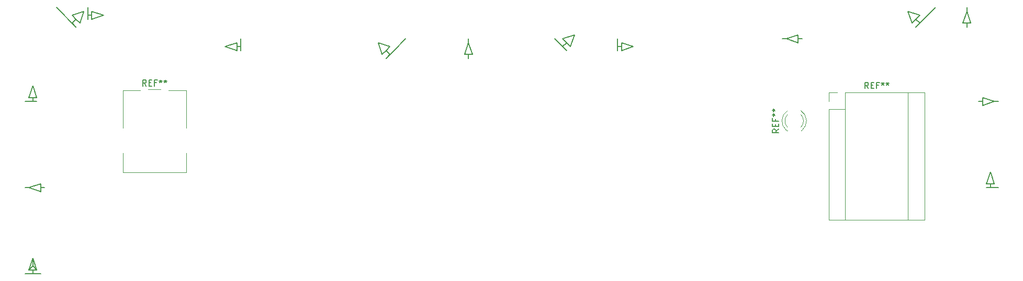
<source format=gbr>
G04 #@! TF.GenerationSoftware,KiCad,Pcbnew,(5.0.2)-1*
G04 #@! TF.CreationDate,2019-03-22T12:57:49+00:00*
G04 #@! TF.ProjectId,PCBStencil,50434253-7465-46e6-9369-6c2e6b696361,1.0*
G04 #@! TF.SameCoordinates,Original*
G04 #@! TF.FileFunction,Legend,Top*
G04 #@! TF.FilePolarity,Positive*
%FSLAX46Y46*%
G04 Gerber Fmt 4.6, Leading zero omitted, Abs format (unit mm)*
G04 Created by KiCad (PCBNEW (5.0.2)-1) date 22/03/2019 12:57:49*
%MOMM*%
%LPD*%
G01*
G04 APERTURE LIST*
%ADD10C,0.200000*%
%ADD11C,0.120000*%
%ADD12C,0.150000*%
G04 APERTURE END LIST*
D10*
X229235000Y-121285000D02*
X228600000Y-121285000D01*
X228600000Y-119380000D02*
X229235000Y-121285000D01*
X227965000Y-121285000D02*
X228600000Y-119380000D01*
X228600000Y-121285000D02*
X227965000Y-121285000D01*
X228600000Y-121920000D02*
X228600000Y-121285000D01*
X227965000Y-121920000D02*
X228600000Y-121920000D01*
X229870000Y-121920000D02*
X227965000Y-121920000D01*
X227330000Y-107950000D02*
X226695000Y-107950000D01*
X227330000Y-107315000D02*
X227330000Y-107950000D01*
X229235000Y-107950000D02*
X227330000Y-107315000D01*
X227330000Y-108585000D02*
X229235000Y-107950000D01*
X227330000Y-107315000D02*
X227330000Y-108585000D01*
X229235000Y-107950000D02*
X227330000Y-107315000D01*
X229870000Y-107950000D02*
X229235000Y-107950000D01*
X224790000Y-95250000D02*
X224790000Y-95885000D01*
X225425000Y-95250000D02*
X224790000Y-95250000D01*
X224790000Y-93345000D02*
X225425000Y-95250000D01*
X224790000Y-92710000D02*
X224790000Y-93345000D01*
X224790000Y-93345000D02*
X224790000Y-92710000D01*
X225425000Y-95250000D02*
X224790000Y-93345000D01*
X224155000Y-95250000D02*
X225425000Y-95250000D01*
X224790000Y-93345000D02*
X224155000Y-95250000D01*
X215900000Y-95250000D02*
X216535000Y-94615000D01*
X215265000Y-93345000D02*
X215900000Y-95250000D01*
X217170000Y-93980000D02*
X215265000Y-93345000D01*
X216535000Y-94615000D02*
X217170000Y-93980000D01*
X217170000Y-95250000D02*
X216535000Y-94615000D01*
X216535000Y-95885000D02*
X217170000Y-95250000D01*
X219710000Y-92710000D02*
X216535000Y-95885000D01*
X197485000Y-97790000D02*
X198120000Y-97790000D01*
X197485000Y-98425000D02*
X197485000Y-97790000D01*
X195580000Y-97790000D02*
X197485000Y-98425000D01*
X197485000Y-98425000D02*
X195580000Y-97790000D01*
X197485000Y-97155000D02*
X197485000Y-98425000D01*
X195580000Y-97790000D02*
X197485000Y-97155000D01*
X194945000Y-97790000D02*
X195580000Y-97790000D01*
X168910000Y-99695000D02*
X168910000Y-99060000D01*
X170815000Y-99060000D02*
X168910000Y-99695000D01*
X168910000Y-98425000D02*
X170815000Y-99060000D01*
X168910000Y-99060000D02*
X168910000Y-98425000D01*
X168275000Y-99060000D02*
X168910000Y-99060000D01*
X168275000Y-99695000D02*
X168275000Y-99060000D01*
X168275000Y-97790000D02*
X168275000Y-99695000D01*
X158750000Y-98425000D02*
X158115000Y-97790000D01*
X159385000Y-97790000D02*
X160020000Y-98425000D01*
X161290000Y-97155000D02*
X159385000Y-97790000D01*
X160655000Y-99060000D02*
X161290000Y-97155000D01*
X160020000Y-98425000D02*
X160655000Y-99060000D01*
X159385000Y-99060000D02*
X160020000Y-98425000D01*
X159385000Y-99060000D02*
X158750000Y-98425000D01*
X158750000Y-98425000D02*
X160020000Y-99695000D01*
X144145000Y-100330000D02*
X144145000Y-100965000D01*
X144780000Y-100330000D02*
X144145000Y-100330000D01*
X144145000Y-98425000D02*
X144780000Y-100330000D01*
X144780000Y-100330000D02*
X144145000Y-98425000D01*
X143510000Y-100330000D02*
X144780000Y-100330000D01*
X144145000Y-98425000D02*
X143510000Y-100330000D01*
X144145000Y-97790000D02*
X144145000Y-98425000D01*
X130175000Y-100330000D02*
X130810000Y-99695000D01*
X129540000Y-98425000D02*
X130175000Y-100330000D01*
X131445000Y-99060000D02*
X129540000Y-98425000D01*
X130810000Y-99695000D02*
X131445000Y-99060000D01*
X131445000Y-100330000D02*
X130810000Y-99695000D01*
X130810000Y-100965000D02*
X131445000Y-100330000D01*
X132080000Y-99695000D02*
X130810000Y-100965000D01*
X133985000Y-97790000D02*
X132080000Y-99695000D01*
X106680000Y-99695000D02*
X106680000Y-99060000D01*
X104775000Y-99060000D02*
X106680000Y-99695000D01*
X106680000Y-98425000D02*
X104775000Y-99060000D01*
X106680000Y-99060000D02*
X106680000Y-98425000D01*
X107315000Y-99060000D02*
X106680000Y-99060000D01*
X107315000Y-99695000D02*
X107315000Y-99060000D01*
X107315000Y-97790000D02*
X107315000Y-99695000D01*
X82550000Y-93980000D02*
X82550000Y-92710000D01*
X83185000Y-93980000D02*
X82550000Y-93980000D01*
X83185000Y-94615000D02*
X83185000Y-93980000D01*
X85090000Y-93980000D02*
X83185000Y-94615000D01*
X83185000Y-93345000D02*
X85090000Y-93980000D01*
X83185000Y-93980000D02*
X83185000Y-93345000D01*
X82550000Y-93980000D02*
X83185000Y-93980000D01*
X82550000Y-94615000D02*
X82550000Y-93980000D01*
X82550000Y-93345000D02*
X82550000Y-94615000D01*
X80010000Y-93980000D02*
X80645000Y-94615000D01*
X81915000Y-93345000D02*
X80010000Y-93980000D01*
X81280000Y-95250000D02*
X81915000Y-93345000D01*
X80645000Y-94615000D02*
X81280000Y-95250000D01*
X80010000Y-95250000D02*
X80645000Y-94615000D01*
X80645000Y-95885000D02*
X80010000Y-95250000D01*
X77470000Y-92710000D02*
X80645000Y-95885000D01*
X72390000Y-121920000D02*
X73025000Y-121920000D01*
X73025000Y-121920000D02*
X72390000Y-121920000D01*
X73025000Y-107315000D02*
X73660000Y-107315000D01*
X73660000Y-105410000D02*
X73025000Y-107315000D01*
X74295000Y-107315000D02*
X73660000Y-105410000D01*
X73660000Y-107315000D02*
X74295000Y-107315000D01*
X73660000Y-107950000D02*
X73660000Y-107315000D01*
X74295000Y-107950000D02*
X73660000Y-107950000D01*
X72390000Y-107950000D02*
X74295000Y-107950000D01*
X74930000Y-121920000D02*
X75565000Y-121920000D01*
X74930000Y-122555000D02*
X74930000Y-121920000D01*
X73025000Y-121920000D02*
X74930000Y-122555000D01*
X74930000Y-122555000D02*
X73025000Y-121920000D01*
X74930000Y-121285000D02*
X74930000Y-122555000D01*
X73025000Y-121920000D02*
X74930000Y-121285000D01*
X74295000Y-135255000D02*
X73660000Y-134620000D01*
X73660000Y-133350000D02*
X74295000Y-135255000D01*
X73660000Y-133985000D02*
X73660000Y-133350000D01*
X73660000Y-134620000D02*
X73660000Y-133985000D01*
X73025000Y-135255000D02*
X73660000Y-134620000D01*
X73025000Y-135255000D02*
X73660000Y-135255000D01*
X73660000Y-133350000D02*
X73025000Y-135255000D01*
X74295000Y-135255000D02*
X73660000Y-133350000D01*
X73660000Y-135255000D02*
X74295000Y-135255000D01*
X73660000Y-135890000D02*
X73660000Y-135255000D01*
X74930000Y-135890000D02*
X73660000Y-135890000D01*
X74295000Y-135890000D02*
X74930000Y-135890000D01*
X72390000Y-135890000D02*
X74295000Y-135890000D01*
D11*
G04 #@! TO.C,REF\002A\002A*
X92345000Y-106015000D02*
X94345000Y-106015000D01*
X88235000Y-119425000D02*
X88235000Y-116365000D01*
X98455000Y-119425000D02*
X88235000Y-119425000D01*
X98455000Y-116365000D02*
X98455000Y-119425000D01*
X98455000Y-106205000D02*
X98455000Y-112265000D01*
X95645000Y-106205000D02*
X98455000Y-106205000D01*
X88235000Y-106205000D02*
X91045000Y-106205000D01*
X88235000Y-112265000D02*
X88235000Y-106205000D01*
X217935000Y-106550000D02*
X205105000Y-106550000D01*
X217935000Y-127130000D02*
X217935000Y-106550000D01*
X202435000Y-127130000D02*
X217935000Y-127130000D01*
X202435000Y-109220000D02*
X202435000Y-127130000D01*
X205105000Y-109220000D02*
X202435000Y-109220000D01*
X205105000Y-106550000D02*
X205105000Y-109220000D01*
X202435000Y-106550000D02*
X202435000Y-107950000D01*
X203835000Y-106550000D02*
X202435000Y-106550000D01*
X205105000Y-109220000D02*
X205105000Y-127130000D01*
X215265000Y-106550000D02*
X215265000Y-127130000D01*
X197930000Y-112685000D02*
X198086000Y-112685000D01*
X195614000Y-112685000D02*
X195770000Y-112685000D01*
X197929837Y-110083870D02*
G75*
G02X197930000Y-112165961I-1079837J-1041130D01*
G01*
X195770163Y-110083870D02*
G75*
G03X195770000Y-112165961I1079837J-1041130D01*
G01*
X197928608Y-109452665D02*
G75*
G02X198085516Y-112685000I-1078608J-1672335D01*
G01*
X195771392Y-109452665D02*
G75*
G03X195614484Y-112685000I1078608J-1672335D01*
G01*
D12*
X92011666Y-105467380D02*
X91678333Y-104991190D01*
X91440238Y-105467380D02*
X91440238Y-104467380D01*
X91821190Y-104467380D01*
X91916428Y-104515000D01*
X91964047Y-104562619D01*
X92011666Y-104657857D01*
X92011666Y-104800714D01*
X91964047Y-104895952D01*
X91916428Y-104943571D01*
X91821190Y-104991190D01*
X91440238Y-104991190D01*
X92440238Y-104943571D02*
X92773571Y-104943571D01*
X92916428Y-105467380D02*
X92440238Y-105467380D01*
X92440238Y-104467380D01*
X92916428Y-104467380D01*
X93678333Y-104943571D02*
X93345000Y-104943571D01*
X93345000Y-105467380D02*
X93345000Y-104467380D01*
X93821190Y-104467380D01*
X94345000Y-104467380D02*
X94345000Y-104705476D01*
X94106904Y-104610238D02*
X94345000Y-104705476D01*
X94583095Y-104610238D01*
X94202142Y-104895952D02*
X94345000Y-104705476D01*
X94487857Y-104895952D01*
X95106904Y-104467380D02*
X95106904Y-104705476D01*
X94868809Y-104610238D02*
X95106904Y-104705476D01*
X95345000Y-104610238D01*
X94964047Y-104895952D02*
X95106904Y-104705476D01*
X95249761Y-104895952D01*
X208851666Y-105862380D02*
X208518333Y-105386190D01*
X208280238Y-105862380D02*
X208280238Y-104862380D01*
X208661190Y-104862380D01*
X208756428Y-104910000D01*
X208804047Y-104957619D01*
X208851666Y-105052857D01*
X208851666Y-105195714D01*
X208804047Y-105290952D01*
X208756428Y-105338571D01*
X208661190Y-105386190D01*
X208280238Y-105386190D01*
X209280238Y-105338571D02*
X209613571Y-105338571D01*
X209756428Y-105862380D02*
X209280238Y-105862380D01*
X209280238Y-104862380D01*
X209756428Y-104862380D01*
X210518333Y-105338571D02*
X210185000Y-105338571D01*
X210185000Y-105862380D02*
X210185000Y-104862380D01*
X210661190Y-104862380D01*
X211185000Y-104862380D02*
X211185000Y-105100476D01*
X210946904Y-105005238D02*
X211185000Y-105100476D01*
X211423095Y-105005238D01*
X211042142Y-105290952D02*
X211185000Y-105100476D01*
X211327857Y-105290952D01*
X211946904Y-104862380D02*
X211946904Y-105100476D01*
X211708809Y-105005238D02*
X211946904Y-105100476D01*
X212185000Y-105005238D01*
X211804047Y-105290952D02*
X211946904Y-105100476D01*
X212089761Y-105290952D01*
X194342380Y-112458333D02*
X193866190Y-112791666D01*
X194342380Y-113029761D02*
X193342380Y-113029761D01*
X193342380Y-112648809D01*
X193390000Y-112553571D01*
X193437619Y-112505952D01*
X193532857Y-112458333D01*
X193675714Y-112458333D01*
X193770952Y-112505952D01*
X193818571Y-112553571D01*
X193866190Y-112648809D01*
X193866190Y-113029761D01*
X193818571Y-112029761D02*
X193818571Y-111696428D01*
X194342380Y-111553571D02*
X194342380Y-112029761D01*
X193342380Y-112029761D01*
X193342380Y-111553571D01*
X193818571Y-110791666D02*
X193818571Y-111125000D01*
X194342380Y-111125000D02*
X193342380Y-111125000D01*
X193342380Y-110648809D01*
X193342380Y-110125000D02*
X193580476Y-110125000D01*
X193485238Y-110363095D02*
X193580476Y-110125000D01*
X193485238Y-109886904D01*
X193770952Y-110267857D02*
X193580476Y-110125000D01*
X193770952Y-109982142D01*
X193342380Y-109363095D02*
X193580476Y-109363095D01*
X193485238Y-109601190D02*
X193580476Y-109363095D01*
X193485238Y-109125000D01*
X193770952Y-109505952D02*
X193580476Y-109363095D01*
X193770952Y-109220238D01*
G04 #@! TD*
M02*

</source>
